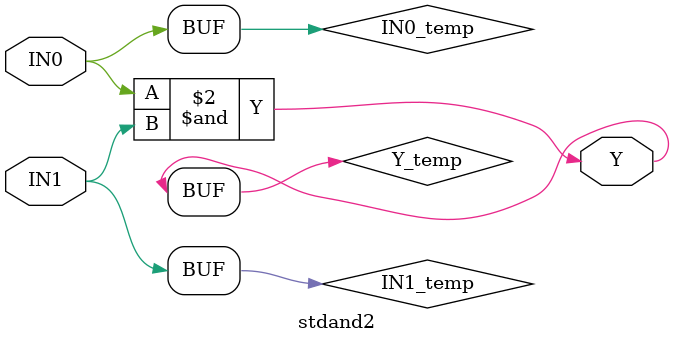
<source format=v>
module stdand2(IN0,IN1,Y);
  parameter
        d_IN0_r = 0,
        d_IN0_f = 0,
        d_IN1_r = 0,
        d_IN1_f = 0,
        d_Y_r = 1,
        d_Y_f = 1;
  input  IN0;
  input  IN1;
  output  Y;
  wire  IN0_temp;
  wire  IN1_temp;
  reg  Y_temp;
  assign #(d_IN0_r,d_IN0_f) IN0_temp = IN0;
  assign #(d_IN1_r,d_IN1_f) IN1_temp = IN1;
  assign #(d_Y_r,d_Y_f) Y = Y_temp;
  always
    @(IN0_temp or IN1_temp)
      begin
      Y_temp = (IN0_temp & IN1_temp);
      end
endmodule

</source>
